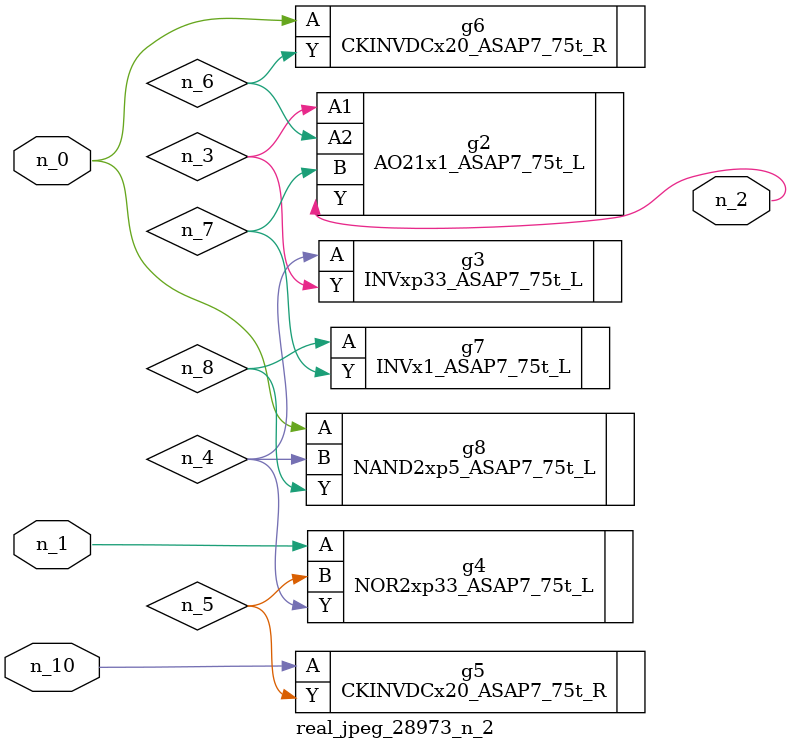
<source format=v>
module real_jpeg_28973_n_2 (n_1, n_10, n_0, n_2);

input n_1;
input n_10;
input n_0;

output n_2;

wire n_5;
wire n_4;
wire n_8;
wire n_6;
wire n_7;
wire n_3;

CKINVDCx20_ASAP7_75t_R g6 ( 
.A(n_0),
.Y(n_6)
);

NAND2xp5_ASAP7_75t_L g8 ( 
.A(n_0),
.B(n_4),
.Y(n_8)
);

NOR2xp33_ASAP7_75t_L g4 ( 
.A(n_1),
.B(n_5),
.Y(n_4)
);

AO21x1_ASAP7_75t_L g2 ( 
.A1(n_3),
.A2(n_6),
.B(n_7),
.Y(n_2)
);

INVxp33_ASAP7_75t_L g3 ( 
.A(n_4),
.Y(n_3)
);

INVx1_ASAP7_75t_L g7 ( 
.A(n_8),
.Y(n_7)
);

CKINVDCx20_ASAP7_75t_R g5 ( 
.A(n_10),
.Y(n_5)
);


endmodule
</source>
